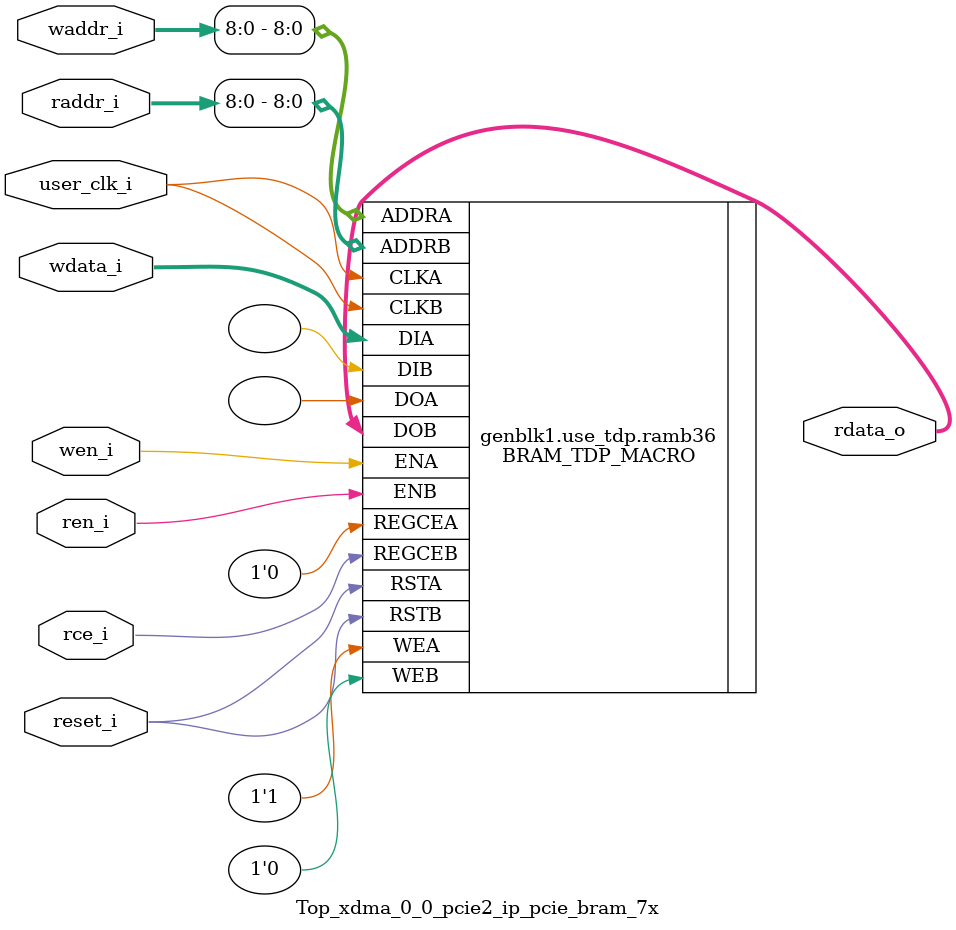
<source format=v>


`timescale 1ps/1ps

(* DowngradeIPIdentifiedWarnings = "yes" *)
module Top_xdma_0_0_pcie2_ip_pcie_bram_7x
  #(
    parameter [3:0]  LINK_CAP_MAX_LINK_SPEED = 4'h1,        // PCIe Link Speed : 1 - 2.5 GT/s; 2 - 5.0 GT/s
    parameter [5:0]  LINK_CAP_MAX_LINK_WIDTH = 6'h08,       // PCIe Link Width : 1 / 2 / 4 / 8
    parameter IMPL_TARGET = "HARD",                         // the implementation target : HARD, SOFT
    parameter DOB_REG = 0,                                  // 1 - use the output register;
                                                            // 0 - don't use the output register
    parameter WIDTH = 0                                     // supported WIDTH's : 4, 9, 18, 36 - uses RAMB36
                                                            //                     72 - uses RAMB36SDP
    )
    (
     input               user_clk_i,// user clock
     input               reset_i,   // bram reset

     input               wen_i,     // write enable
     input [12:0]        waddr_i,   // write address
     input [WIDTH - 1:0] wdata_i,   // write data

     input               ren_i,     // read enable
     input               rce_i,     // output register clock enable
     input [12:0]        raddr_i,   // read address

     output [WIDTH - 1:0] rdata_o   // read data
     );

   // map the address bits
   localparam ADDR_MSB = ((WIDTH == 4)  ? 12 :
                          (WIDTH == 9)  ? 11 :
                          (WIDTH == 18) ? 10 :
                          (WIDTH == 36) ?  9 :
                                           8
                          );

   // set the width of the tied off low address bits
   localparam ADDR_LO_BITS = ((WIDTH == 4)  ? 2 :
                              (WIDTH == 9)  ? 3 :
                              (WIDTH == 18) ? 4 :
                              (WIDTH == 36) ? 5 :
                                              0 // for WIDTH 72 use RAMB36SDP
                              );

   // map the data bits
   localparam D_MSB =  ((WIDTH == 4)  ?  3 :
                        (WIDTH == 9)  ?  7 :
                        (WIDTH == 18) ? 15 :
                        (WIDTH == 36) ? 31 :
                                        63
                        );

   // map the data parity bits
   localparam DP_LSB =  D_MSB + 1;

   localparam DP_MSB =  ((WIDTH == 4)  ? 4 :
                         (WIDTH == 9)  ? 8 :
                         (WIDTH == 18) ? 17 :
                         (WIDTH == 36) ? 35 :
                                         71
                        );

   localparam DPW = DP_MSB - DP_LSB + 1;
   localparam WRITE_MODE = ((WIDTH == 72) && (!((LINK_CAP_MAX_LINK_SPEED == 4'h2) && (LINK_CAP_MAX_LINK_WIDTH == 6'h08)))) ? "WRITE_FIRST" :
                           ((LINK_CAP_MAX_LINK_SPEED == 4'h2) && (LINK_CAP_MAX_LINK_WIDTH == 6'h08)) ? "WRITE_FIRST" : "NO_CHANGE";

   localparam DEVICE = (IMPL_TARGET == "HARD") ? "7SERIES" : "VIRTEX6";
   localparam BRAM_SIZE = "36Kb";

   localparam WE_WIDTH =(DEVICE == "VIRTEX5" || DEVICE == "VIRTEX6" || DEVICE == "7SERIES") ?
                            ((WIDTH <= 9) ? 1 :
                             (WIDTH > 9 && WIDTH <= 18) ? 2 :
                             (WIDTH > 18 && WIDTH <= 36) ? 4 :
                             (WIDTH > 36 && WIDTH <= 72) ? 8 :
                             (BRAM_SIZE == "18Kb") ? 4 : 8 ) : 8;

   //synthesis translate_off
   initial begin
      //$display("[%t] %m DOB_REG %0d WIDTH %0d ADDR_MSB %0d ADDR_LO_BITS %0d DP_MSB %0d DP_LSB %0d D_MSB %0d",
      //          $time, DOB_REG,   WIDTH,    ADDR_MSB,    ADDR_LO_BITS,    DP_MSB,    DP_LSB,    D_MSB);

      case (WIDTH)
        4,9,18,36,72:;
        default:
          begin
             $display("[%t] %m Error WIDTH %0d not supported", $time, WIDTH);
             $finish;
          end
      endcase // case (WIDTH)
   end
   //synthesis translate_on

   generate
   if ((LINK_CAP_MAX_LINK_WIDTH == 6'h08 && LINK_CAP_MAX_LINK_SPEED == 4'h2) || (WIDTH == 72)) begin : use_sdp
        BRAM_SDP_MACRO #(
               .DEVICE        (DEVICE),
               .BRAM_SIZE     (BRAM_SIZE),
               .DO_REG        (DOB_REG),
               .READ_WIDTH    (WIDTH),
               .WRITE_WIDTH   (WIDTH),
               .WRITE_MODE    (WRITE_MODE)
               )
        ramb36sdp(
               .DO             (rdata_o[WIDTH-1:0]),
               .DI             (wdata_i[WIDTH-1:0]),
               .RDADDR         (raddr_i[ADDR_MSB:0]),
               .RDCLK          (user_clk_i),
               .RDEN           (ren_i),
               .REGCE          (rce_i),
               .RST            (reset_i),
               .WE             ({WE_WIDTH{1'b1}}),
               .WRADDR         (waddr_i[ADDR_MSB:0]),
               .WRCLK          (user_clk_i),
               .WREN           (wen_i)
               );

    end  // block: use_sdp
    else if (WIDTH <= 36) begin : use_tdp
    // use RAMB36's if the width is 4, 9, 18, or 36
        BRAM_TDP_MACRO #(
               .DEVICE        (DEVICE),
               .BRAM_SIZE     (BRAM_SIZE),
               .DOA_REG       (0),
               .DOB_REG       (DOB_REG),
               .READ_WIDTH_A  (WIDTH),
               .READ_WIDTH_B  (WIDTH),
               .WRITE_WIDTH_A (WIDTH),
               .WRITE_WIDTH_B (WIDTH),
               .WRITE_MODE_A  (WRITE_MODE)
               )
        ramb36(
               .DOA            (),
               .DOB            (rdata_o[WIDTH-1:0]),
               .ADDRA          (waddr_i[ADDR_MSB:0]),
               .ADDRB          (raddr_i[ADDR_MSB:0]),
               .CLKA           (user_clk_i),
               .CLKB           (user_clk_i),
               .DIA            (wdata_i[WIDTH-1:0]),
               .DIB            ({WIDTH{1'b0}}),
               .ENA            (wen_i),
               .ENB            (ren_i),
               .REGCEA         (1'b0),
               .REGCEB         (rce_i),
               .RSTA           (reset_i),
               .RSTB           (reset_i),
               .WEA            ({WE_WIDTH{1'b1}}),
               .WEB            ({WE_WIDTH{1'b0}})
               );
   end // block: use_tdp
   endgenerate

endmodule // pcie_bram_7x


</source>
